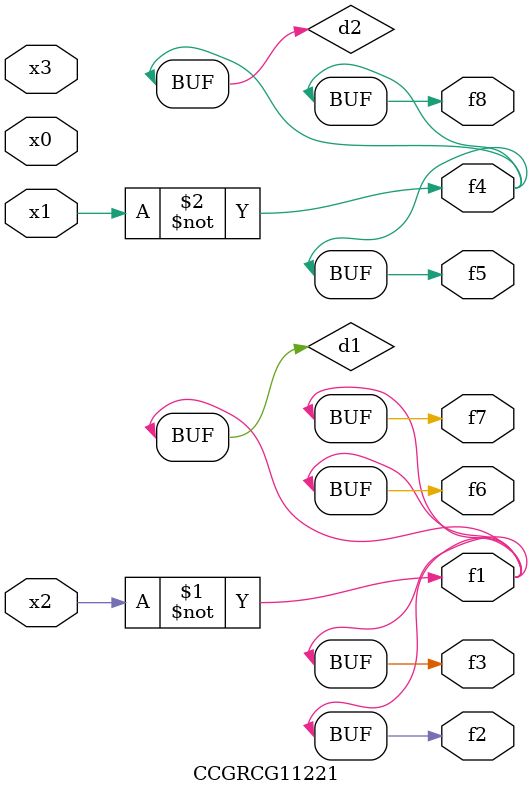
<source format=v>
module CCGRCG11221(
	input x0, x1, x2, x3,
	output f1, f2, f3, f4, f5, f6, f7, f8
);

	wire d1, d2;

	xnor (d1, x2);
	not (d2, x1);
	assign f1 = d1;
	assign f2 = d1;
	assign f3 = d1;
	assign f4 = d2;
	assign f5 = d2;
	assign f6 = d1;
	assign f7 = d1;
	assign f8 = d2;
endmodule

</source>
